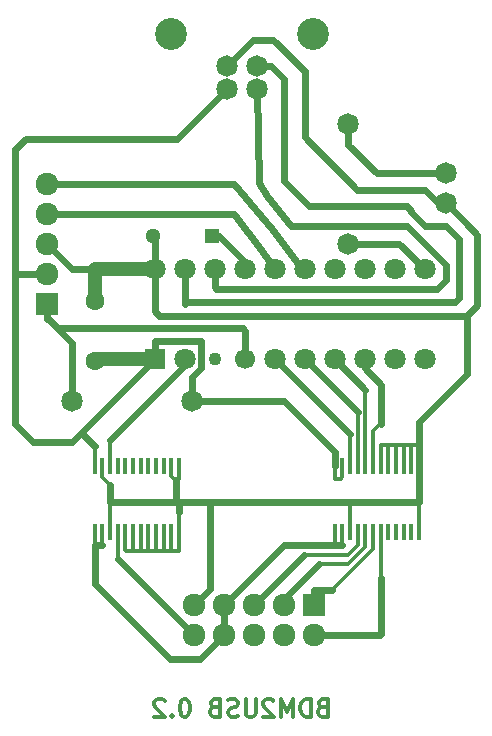
<source format=gbl>
G04 #@! TF.FileFunction,Copper,L2,Bot,Signal*
%FSLAX46Y46*%
G04 Gerber Fmt 4.6, Leading zero omitted, Abs format (unit mm)*
G04 Created by KiCad (PCBNEW 4.0.2-stable) date 2017 October 08, Sunday 16:17:20*
%MOMM*%
G01*
G04 APERTURE LIST*
%ADD10C,0.150000*%
%ADD11C,0.300000*%
%ADD12R,1.300000X1.300000*%
%ADD13C,1.300000*%
%ADD14R,1.824000X1.824000*%
%ADD15C,1.924000*%
%ADD16C,1.824000*%
%ADD17C,2.700020*%
%ADD18R,1.797000X1.797000*%
%ADD19C,1.797000*%
%ADD20C,1.097000*%
%ADD21C,1.697000*%
%ADD22R,0.419100X1.470660*%
%ADD23C,1.597000*%
%ADD24C,1.200000*%
%ADD25C,0.354000*%
%ADD26C,0.600000*%
G04 APERTURE END LIST*
D10*
D11*
X58891428Y-88792857D02*
X58677142Y-88864286D01*
X58605714Y-88935714D01*
X58534285Y-89078571D01*
X58534285Y-89292857D01*
X58605714Y-89435714D01*
X58677142Y-89507143D01*
X58820000Y-89578571D01*
X59391428Y-89578571D01*
X59391428Y-88078571D01*
X58891428Y-88078571D01*
X58748571Y-88150000D01*
X58677142Y-88221429D01*
X58605714Y-88364286D01*
X58605714Y-88507143D01*
X58677142Y-88650000D01*
X58748571Y-88721429D01*
X58891428Y-88792857D01*
X59391428Y-88792857D01*
X57891428Y-89578571D02*
X57891428Y-88078571D01*
X57534285Y-88078571D01*
X57320000Y-88150000D01*
X57177142Y-88292857D01*
X57105714Y-88435714D01*
X57034285Y-88721429D01*
X57034285Y-88935714D01*
X57105714Y-89221429D01*
X57177142Y-89364286D01*
X57320000Y-89507143D01*
X57534285Y-89578571D01*
X57891428Y-89578571D01*
X56391428Y-89578571D02*
X56391428Y-88078571D01*
X55891428Y-89150000D01*
X55391428Y-88078571D01*
X55391428Y-89578571D01*
X54748571Y-88221429D02*
X54677142Y-88150000D01*
X54534285Y-88078571D01*
X54177142Y-88078571D01*
X54034285Y-88150000D01*
X53962856Y-88221429D01*
X53891428Y-88364286D01*
X53891428Y-88507143D01*
X53962856Y-88721429D01*
X54819999Y-89578571D01*
X53891428Y-89578571D01*
X53248571Y-88078571D02*
X53248571Y-89292857D01*
X53177143Y-89435714D01*
X53105714Y-89507143D01*
X52962857Y-89578571D01*
X52677143Y-89578571D01*
X52534285Y-89507143D01*
X52462857Y-89435714D01*
X52391428Y-89292857D01*
X52391428Y-88078571D01*
X51748571Y-89507143D02*
X51534285Y-89578571D01*
X51177142Y-89578571D01*
X51034285Y-89507143D01*
X50962856Y-89435714D01*
X50891428Y-89292857D01*
X50891428Y-89150000D01*
X50962856Y-89007143D01*
X51034285Y-88935714D01*
X51177142Y-88864286D01*
X51462856Y-88792857D01*
X51605714Y-88721429D01*
X51677142Y-88650000D01*
X51748571Y-88507143D01*
X51748571Y-88364286D01*
X51677142Y-88221429D01*
X51605714Y-88150000D01*
X51462856Y-88078571D01*
X51105714Y-88078571D01*
X50891428Y-88150000D01*
X49748571Y-88792857D02*
X49534285Y-88864286D01*
X49462857Y-88935714D01*
X49391428Y-89078571D01*
X49391428Y-89292857D01*
X49462857Y-89435714D01*
X49534285Y-89507143D01*
X49677143Y-89578571D01*
X50248571Y-89578571D01*
X50248571Y-88078571D01*
X49748571Y-88078571D01*
X49605714Y-88150000D01*
X49534285Y-88221429D01*
X49462857Y-88364286D01*
X49462857Y-88507143D01*
X49534285Y-88650000D01*
X49605714Y-88721429D01*
X49748571Y-88792857D01*
X50248571Y-88792857D01*
X47320000Y-88078571D02*
X47177143Y-88078571D01*
X47034286Y-88150000D01*
X46962857Y-88221429D01*
X46891428Y-88364286D01*
X46820000Y-88650000D01*
X46820000Y-89007143D01*
X46891428Y-89292857D01*
X46962857Y-89435714D01*
X47034286Y-89507143D01*
X47177143Y-89578571D01*
X47320000Y-89578571D01*
X47462857Y-89507143D01*
X47534286Y-89435714D01*
X47605714Y-89292857D01*
X47677143Y-89007143D01*
X47677143Y-88650000D01*
X47605714Y-88364286D01*
X47534286Y-88221429D01*
X47462857Y-88150000D01*
X47320000Y-88078571D01*
X46177143Y-89435714D02*
X46105715Y-89507143D01*
X46177143Y-89578571D01*
X46248572Y-89507143D01*
X46177143Y-89435714D01*
X46177143Y-89578571D01*
X45534286Y-88221429D02*
X45462857Y-88150000D01*
X45320000Y-88078571D01*
X44962857Y-88078571D01*
X44820000Y-88150000D01*
X44748571Y-88221429D01*
X44677143Y-88364286D01*
X44677143Y-88507143D01*
X44748571Y-88721429D01*
X45605714Y-89578571D01*
X44677143Y-89578571D01*
D12*
X49530000Y-48895000D03*
D13*
X44530000Y-48895000D03*
D14*
X58166000Y-80137000D03*
D15*
X58166000Y-82677000D03*
X55626000Y-80137000D03*
X55626000Y-82677000D03*
X53086000Y-80137000D03*
X53086000Y-82677000D03*
X50546000Y-80137000D03*
X50546000Y-82677000D03*
X48006000Y-80137000D03*
X48006000Y-82677000D03*
D16*
X50800000Y-36449000D03*
X53340000Y-36449000D03*
X53340000Y-34450020D03*
X50800000Y-34450020D03*
D17*
X46070520Y-31750000D03*
X58069480Y-31750000D03*
D18*
X44704000Y-59309000D03*
D19*
X47244000Y-59309000D03*
D20*
X49784000Y-59309000D03*
D21*
X52324000Y-59309000D03*
D19*
X54864000Y-59309000D03*
X57404000Y-59309000D03*
X59944000Y-59309000D03*
X62484000Y-59309000D03*
X65024000Y-59309000D03*
X67564000Y-59309000D03*
X67564000Y-51689000D03*
X65024000Y-51689000D03*
X62484000Y-51689000D03*
X59944000Y-51689000D03*
X57404000Y-51689000D03*
X54864000Y-51689000D03*
X52324000Y-51689000D03*
X49784000Y-51689000D03*
X47244000Y-51689000D03*
X44704000Y-51689000D03*
D16*
X69342000Y-43561000D03*
X69342000Y-46101000D03*
D22*
X63174880Y-68320920D03*
X63825120Y-68320920D03*
X64475360Y-68320920D03*
X65125600Y-68320920D03*
X61234320Y-73914000D03*
X61224160Y-68320920D03*
X61874400Y-68320920D03*
X62524640Y-68320920D03*
X65775840Y-73919080D03*
X65125600Y-73919080D03*
X64475360Y-73919080D03*
X63825120Y-73919080D03*
X63174880Y-73919080D03*
X62524640Y-73919080D03*
X65775840Y-68320920D03*
X61874400Y-73914000D03*
X60573920Y-68320920D03*
X66426080Y-68320920D03*
X66426080Y-73919080D03*
X60573920Y-73919080D03*
X59926220Y-68320920D03*
X67073780Y-68320920D03*
X67073780Y-73919080D03*
X59926220Y-73919080D03*
X42854880Y-68320920D03*
X43505120Y-68320920D03*
X44155360Y-68320920D03*
X44805600Y-68320920D03*
X40914320Y-73914000D03*
X40904160Y-68320920D03*
X41554400Y-68320920D03*
X42204640Y-68320920D03*
X45455840Y-73919080D03*
X44805600Y-73919080D03*
X44155360Y-73919080D03*
X43505120Y-73919080D03*
X42854880Y-73919080D03*
X42204640Y-73919080D03*
X45455840Y-68320920D03*
X41554400Y-73914000D03*
X40253920Y-68320920D03*
X46106080Y-68320920D03*
X46106080Y-73919080D03*
X40253920Y-73919080D03*
X39606220Y-68320920D03*
X46753780Y-68320920D03*
X46753780Y-73919080D03*
X39606220Y-73919080D03*
D14*
X35560000Y-54610000D03*
D15*
X35560000Y-52070000D03*
X35560000Y-49530000D03*
X35560000Y-46990000D03*
X35560000Y-44450000D03*
D16*
X37719000Y-62865000D03*
X47879000Y-62865000D03*
X61087000Y-49530000D03*
X61087000Y-39370000D03*
D23*
X39624000Y-59436000D03*
X39624000Y-54356000D03*
D24*
X44704000Y-59309000D02*
X39751000Y-59309000D01*
D25*
X39751000Y-59309000D02*
X39624000Y-59436000D01*
D26*
X44704000Y-57785000D02*
X48641000Y-57785000D01*
X44704000Y-57785000D02*
X44704000Y-59309000D01*
X47879000Y-62865000D02*
X47879000Y-60833000D01*
X48641000Y-60071000D02*
X48641000Y-57785000D01*
X47879000Y-60833000D02*
X48641000Y-60071000D01*
X32893000Y-52070000D02*
X32893000Y-41529000D01*
X46609000Y-40640000D02*
X50800000Y-36449000D01*
X33782000Y-40640000D02*
X46609000Y-40640000D01*
X32893000Y-41529000D02*
X33782000Y-40640000D01*
D25*
X39606220Y-68320920D02*
X39606220Y-66657220D01*
D26*
X39606220Y-66657220D02*
X38481000Y-65532000D01*
X35560000Y-52070000D02*
X32893000Y-52070000D01*
X37719000Y-66294000D02*
X38481000Y-65532000D01*
X38481000Y-65532000D02*
X44704000Y-59309000D01*
X34417000Y-66294000D02*
X37719000Y-66294000D01*
X32893000Y-64770000D02*
X34417000Y-66294000D01*
X32893000Y-52070000D02*
X32893000Y-64770000D01*
D11*
X59926200Y-68320900D02*
X59926200Y-69460500D01*
D26*
X59926200Y-68320900D02*
X59926200Y-67181300D01*
D11*
X60573900Y-68320900D02*
X60573900Y-69321900D01*
X60435300Y-69460500D02*
X59926200Y-69460500D01*
X60573900Y-69321900D02*
X60435300Y-69460500D01*
D26*
X55609900Y-62865000D02*
X47879000Y-62865000D01*
X59926200Y-67181300D02*
X55609900Y-62865000D01*
X55626000Y-80137000D02*
X55626000Y-79629000D01*
X55626000Y-79629000D02*
X58618600Y-76636400D01*
D11*
X62524600Y-75191100D02*
X62524600Y-73919100D01*
X61079300Y-76636400D02*
X62524600Y-75191100D01*
X58491600Y-76636400D02*
X58618600Y-76636400D01*
X58618600Y-76636400D02*
X61079300Y-76636400D01*
X61041800Y-75886200D02*
X61874400Y-75053600D01*
X57336800Y-75886200D02*
X61041800Y-75886200D01*
D26*
X53086000Y-80137000D02*
X57336800Y-75886200D01*
D11*
X61874400Y-73914000D02*
X61874400Y-75053600D01*
X41554400Y-76225400D02*
X41554400Y-73914000D01*
D26*
X48006000Y-82677000D02*
X41554400Y-76225400D01*
X44704000Y-51689000D02*
X44704000Y-49069000D01*
X44704000Y-49069000D02*
X44530000Y-48895000D01*
D24*
X39624000Y-54356000D02*
X39624000Y-51689000D01*
D25*
X42854880Y-73919080D02*
X42854880Y-75565000D01*
X42854880Y-75565000D02*
X42926000Y-75565000D01*
X43505120Y-73919080D02*
X43505120Y-75565000D01*
X44155360Y-73919080D02*
X44155360Y-75565000D01*
X44155360Y-75565000D02*
X44069000Y-75565000D01*
X44805600Y-73919080D02*
X44805600Y-75565000D01*
X45455840Y-73919080D02*
X45455840Y-75565000D01*
X45455840Y-75565000D02*
X45466000Y-75565000D01*
X46753780Y-73919080D02*
X46753780Y-75547220D01*
X46736000Y-75565000D02*
X46106080Y-75565000D01*
X46753780Y-75547220D02*
X46736000Y-75565000D01*
X46106080Y-73919080D02*
X46106080Y-75565000D01*
X42204640Y-73919080D02*
X42204640Y-75478640D01*
X42204640Y-75478640D02*
X42291000Y-75565000D01*
X42291000Y-75565000D02*
X42926000Y-75565000D01*
X42926000Y-75565000D02*
X43505120Y-75565000D01*
X43505120Y-75565000D02*
X44069000Y-75565000D01*
X44069000Y-75565000D02*
X44805600Y-75565000D01*
X44805600Y-75565000D02*
X45466000Y-75565000D01*
X45466000Y-75565000D02*
X46106080Y-75565000D01*
X66426080Y-68320920D02*
X66426080Y-66548000D01*
X66426080Y-66548000D02*
X66421000Y-66548000D01*
X65775840Y-68320920D02*
X65775840Y-66548000D01*
X65775840Y-66548000D02*
X65786000Y-66548000D01*
X65125600Y-68320920D02*
X65125600Y-66548000D01*
X64475360Y-68320920D02*
X64475360Y-66548000D01*
X63825120Y-68320920D02*
X63825120Y-66603880D01*
X63881000Y-66548000D02*
X64475360Y-66548000D01*
X64475360Y-66548000D02*
X65125600Y-66548000D01*
X65125600Y-66548000D02*
X65786000Y-66548000D01*
X65786000Y-66548000D02*
X66421000Y-66548000D01*
X66421000Y-66548000D02*
X67073780Y-66548000D01*
X63825120Y-66603880D02*
X63881000Y-66548000D01*
X67073780Y-73919080D02*
X67073780Y-71374000D01*
X67073780Y-71374000D02*
X67073800Y-71374000D01*
D26*
X46753780Y-72280780D02*
X46753780Y-71391780D01*
X46753780Y-71391780D02*
X46736000Y-71374000D01*
D25*
X46753780Y-73919080D02*
X46753780Y-72280780D01*
D26*
X46482000Y-69593600D02*
X46482000Y-71120000D01*
X46482000Y-71120000D02*
X46736000Y-71374000D01*
X71120000Y-55626000D02*
X72009000Y-54737000D01*
X71120000Y-47879000D02*
X69342000Y-46101000D01*
X72009000Y-48768000D02*
X71120000Y-47879000D01*
X72009000Y-54737000D02*
X72009000Y-48768000D01*
X69342000Y-46101000D02*
X68707000Y-46101000D01*
X68707000Y-46101000D02*
X67564000Y-44958000D01*
X67564000Y-44958000D02*
X61849000Y-44958000D01*
X61849000Y-44958000D02*
X57404000Y-40513000D01*
X57404000Y-40513000D02*
X57404000Y-34925000D01*
X57404000Y-34925000D02*
X54737000Y-32258000D01*
X54737000Y-32258000D02*
X52992020Y-32258000D01*
X52992020Y-32258000D02*
X50800000Y-34450020D01*
D25*
X61234320Y-73914000D02*
X61234320Y-71374000D01*
D26*
X49403000Y-71374000D02*
X49403000Y-78740000D01*
X49403000Y-78740000D02*
X48006000Y-80137000D01*
X44704000Y-51689000D02*
X44704000Y-55245000D01*
X45085000Y-55626000D02*
X71120000Y-55626000D01*
X44704000Y-55245000D02*
X45085000Y-55626000D01*
X67073780Y-68320920D02*
X67073780Y-69460500D01*
X67073780Y-69460500D02*
X67073800Y-69460500D01*
X67073780Y-68320920D02*
X67073780Y-66548000D01*
X67073780Y-66548000D02*
X67073780Y-64625220D01*
X67073780Y-64625220D02*
X71120000Y-60579000D01*
X71120000Y-60579000D02*
X71120000Y-55626000D01*
X40914300Y-71374000D02*
X46736000Y-71374000D01*
X46736000Y-71374000D02*
X47371000Y-71374000D01*
X47371000Y-71374000D02*
X49403000Y-71374000D01*
X49403000Y-71374000D02*
X61234320Y-71374000D01*
X61234320Y-71374000D02*
X67073800Y-71374000D01*
D11*
X46753800Y-68320900D02*
X46753800Y-69460500D01*
X46348900Y-69460500D02*
X46482000Y-69593600D01*
X46482000Y-69593600D02*
X46106100Y-69217700D01*
X46753800Y-69460500D02*
X46348900Y-69460500D01*
X46106100Y-69217700D02*
X46106100Y-68320900D01*
D26*
X37719000Y-51689000D02*
X39624000Y-51689000D01*
D24*
X39624000Y-51689000D02*
X44704000Y-51689000D01*
D26*
X35560000Y-49530000D02*
X37719000Y-51689000D01*
D11*
X40914300Y-73914000D02*
X40914300Y-72774400D01*
X40253900Y-68320900D02*
X40253900Y-69321900D01*
X40253900Y-69321900D02*
X40901500Y-69969500D01*
D26*
X67073800Y-69460500D02*
X67073800Y-71374000D01*
D11*
X40901500Y-69969500D02*
X40914300Y-69982300D01*
D26*
X40914300Y-69982300D02*
X40914300Y-71374000D01*
D11*
X40914300Y-71374000D02*
X40914300Y-72774400D01*
D26*
X58166000Y-82677000D02*
X63754000Y-82677000D01*
D25*
X63825120Y-77922120D02*
X63825120Y-73919080D01*
X63881000Y-77978000D02*
X63825120Y-77922120D01*
D26*
X63881000Y-77851000D02*
X63881000Y-77978000D01*
X63881000Y-82550000D02*
X63881000Y-77851000D01*
X63754000Y-82677000D02*
X63881000Y-82550000D01*
X58166000Y-80137000D02*
X58166000Y-78820700D01*
D11*
X63174900Y-73919100D02*
X63174900Y-75058700D01*
X63174900Y-75387600D02*
X63174900Y-75058700D01*
X59741800Y-78820700D02*
X63174900Y-75387600D01*
D26*
X58166000Y-78820700D02*
X59741800Y-78820700D01*
X39624000Y-75058700D02*
X39624000Y-78359000D01*
X48514000Y-84709000D02*
X50546000Y-82677000D01*
X45974000Y-84709000D02*
X48514000Y-84709000D01*
X39624000Y-78359000D02*
X45974000Y-84709000D01*
X59926200Y-75058700D02*
X60573900Y-75058700D01*
D11*
X39606200Y-75058700D02*
X39624000Y-75058700D01*
D26*
X39624000Y-75058700D02*
X40253900Y-75058700D01*
D11*
X39606200Y-73919100D02*
X39606200Y-75058700D01*
X40253900Y-73919100D02*
X40253900Y-75058700D01*
X59926200Y-73919100D02*
X59926200Y-75058700D01*
X60573900Y-73919100D02*
X60573900Y-75058700D01*
D26*
X50546000Y-82677000D02*
X50546000Y-80137000D01*
X55624300Y-75058700D02*
X59926200Y-75058700D01*
X50546000Y-80137000D02*
X55624300Y-75058700D01*
D11*
X61874400Y-63779400D02*
X61874400Y-68320900D01*
D26*
X57404000Y-59309000D02*
X61874400Y-63779400D01*
D11*
X61224200Y-65669200D02*
X61224200Y-68320900D01*
D26*
X54864000Y-59309000D02*
X61224200Y-65669200D01*
D25*
X47244000Y-59309000D02*
X47244000Y-59817000D01*
X40904160Y-66156840D02*
X40904160Y-68320920D01*
D26*
X47244000Y-59817000D02*
X40904160Y-66156840D01*
X62484000Y-59309000D02*
X62484000Y-60071000D01*
D25*
X63174880Y-65349120D02*
X63754000Y-64770000D01*
X63754000Y-64770000D02*
X63881000Y-64770000D01*
X63174880Y-65349120D02*
X63174880Y-68320920D01*
D26*
X63881000Y-61468000D02*
X63881000Y-64770000D01*
X62484000Y-60071000D02*
X63881000Y-61468000D01*
D11*
X62524600Y-61889600D02*
X62524600Y-68320900D01*
D26*
X59944000Y-59309000D02*
X62524600Y-61889600D01*
X61087000Y-39370000D02*
X61087000Y-41148000D01*
X63500000Y-43561000D02*
X69342000Y-43561000D01*
X61087000Y-41148000D02*
X63500000Y-43561000D01*
X52324000Y-59309000D02*
X52324000Y-56896000D01*
X52197000Y-56642000D02*
X36445000Y-56642000D01*
X36318000Y-56515000D02*
X36445000Y-56642000D01*
X37719000Y-62865000D02*
X37719000Y-57916000D01*
X35729300Y-55926300D02*
X36445000Y-56642000D01*
X36445000Y-56642000D02*
X37719000Y-57916000D01*
D11*
X35560000Y-55926300D02*
X35729300Y-55926300D01*
D26*
X35560000Y-54610000D02*
X35560000Y-55926300D01*
X51435000Y-46990000D02*
X35560000Y-46990000D01*
X53551178Y-49829169D02*
X51435000Y-46990000D01*
X54864000Y-51689000D02*
X53551178Y-49829169D01*
X57404000Y-51689000D02*
X57150000Y-51689000D01*
X51435000Y-44450000D02*
X35560000Y-44450000D01*
X54610000Y-48260000D02*
X51435000Y-44450000D01*
X57150000Y-51689000D02*
X54610000Y-48260000D01*
X67564000Y-51689000D02*
X65405000Y-49530000D01*
X65405000Y-49530000D02*
X61087000Y-49530000D01*
X52324000Y-51689000D02*
X52324000Y-51054000D01*
X52324000Y-51054000D02*
X50165000Y-48895000D01*
X50165000Y-48895000D02*
X49530000Y-48895000D01*
X69342000Y-52070000D02*
X69342000Y-52578000D01*
X69342000Y-51308000D02*
X69342000Y-52070000D01*
X49784000Y-51689000D02*
X49784000Y-53213000D01*
X53561462Y-44381574D02*
X53340000Y-36449000D01*
X54214159Y-45522862D02*
X53561462Y-44381574D01*
X56261000Y-48006000D02*
X54214159Y-45522862D01*
X66040000Y-48006000D02*
X56261000Y-48006000D01*
X68961000Y-50927000D02*
X66040000Y-48006000D01*
X49911000Y-53340000D02*
X68072000Y-53340000D01*
X49784000Y-53213000D02*
X49911000Y-53340000D01*
X68961000Y-50927000D02*
X69342000Y-51308000D01*
X68580000Y-53340000D02*
X68072000Y-53340000D01*
X69342000Y-52578000D02*
X68580000Y-53340000D01*
X68580000Y-54483000D02*
X70104000Y-54483000D01*
X55626000Y-44196000D02*
X55626000Y-35560000D01*
X55626000Y-35560000D02*
X54516020Y-34450020D01*
X53340000Y-34450020D02*
X54516020Y-34450020D01*
X66421000Y-46736000D02*
X66040000Y-46355000D01*
X66040000Y-46355000D02*
X57785000Y-46355000D01*
X57785000Y-46355000D02*
X55626000Y-44196000D01*
X47244000Y-54610000D02*
X47244000Y-51689000D01*
X67564000Y-48006000D02*
X66421000Y-46863000D01*
X69342000Y-48006000D02*
X67564000Y-48006000D01*
X69977000Y-48641000D02*
X69342000Y-48006000D01*
X47371000Y-54483000D02*
X68580000Y-54483000D01*
X47244000Y-54610000D02*
X47371000Y-54483000D01*
X66421000Y-46863000D02*
X66421000Y-46736000D01*
X70485000Y-49149000D02*
X69977000Y-48641000D01*
X70485000Y-54102000D02*
X70485000Y-49149000D01*
X70104000Y-54483000D02*
X70485000Y-54102000D01*
M02*

</source>
